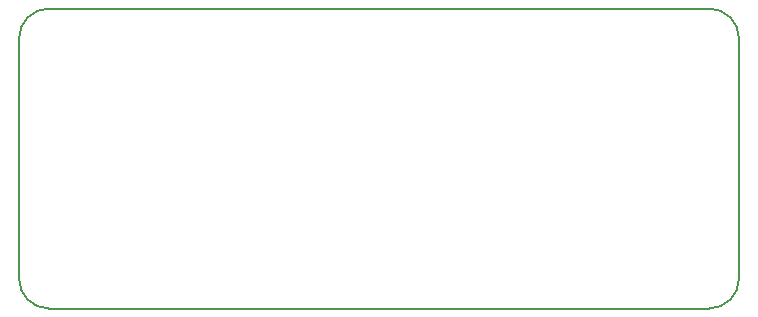
<source format=gbr>
G04 DipTrace 2.4.0.2*
%INBoardOutline.gbr*%
%MOIN*%
%ADD11C,0.006*%
%FSLAX44Y44*%
G04*
G70*
G90*
G75*
G01*
%LNBoardOutline*%
%LPD*%
X4940Y3940D2*
D11*
X26940D1*
G03X27940Y4940I5J995D01*
G01*
Y12940D1*
G03X26940Y13940I-995J5D01*
G01*
X4940D1*
G03X3940Y12940I0J-1000D01*
G01*
Y4940D1*
G03X4940Y3940I1000J0D01*
G01*
M02*

</source>
